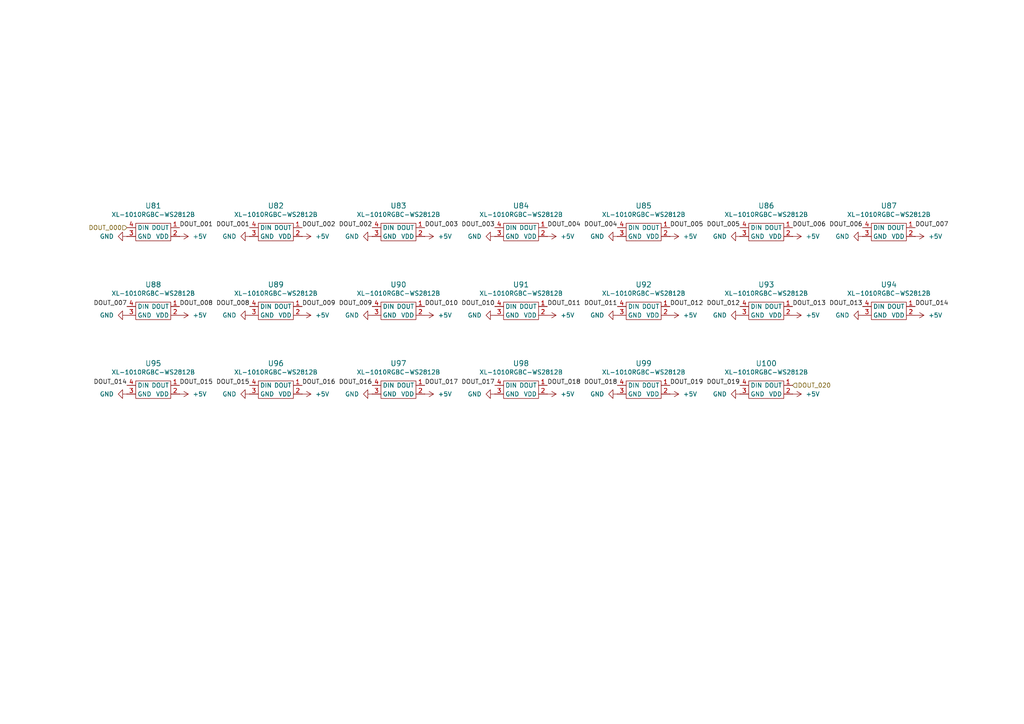
<source format=kicad_sch>
(kicad_sch (version 20250114) (generator "eeschema") (generator_version "9.0")
  (paper "A4")
  (lib_symbols
    (symbol "SK6805-EC10-000:SK6805_EC10-000"
      (property "Reference" "U" (at -2.54 3.556 0))
      (property "Value" "XL-1010RGBC-WS2812B" (at 1.016 -3.81 0))
      (symbol "SK6805_EC10-000_1_1"
        (rectangle (start -5.08 2.54) (end 5.08 -2.54))
        (pin passive line (at -7.62 1.27 0) (length 2.54) (name "DIN") (number "4"))
        (pin passive line (at -7.62 -1.27 0) (length 2.54) (name "GND") (number "3"))
        (pin passive line (at 7.62 1.27 180) (length 2.54) (name "DOUT") (number "1"))
        (pin passive line (at 7.62 -1.27 180) (length 2.54) (name "VDD") (number "2"))
      )
    )
    (symbol "power:+5V" (power) (pin_numbers (hide yes)) (pin_names (offset 0) (hide yes))
      (property "Value" "+5V" (at 0 3.556 0))
      (symbol "+5V_0_1"
        (polyline (pts (xy -0.762 1.27) (xy 0 2.54)))
        (polyline (pts (xy 0 2.54) (xy 0.762 1.27)))
        (polyline (pts (xy 0 0) (xy 0 2.54)))
      )
      (symbol "+5V_1_1"
        (pin power_in line (at 0 0 90) (length 0) (name "~") (number "1"))
      )
    )
    (symbol "power:GND" (power) (pin_numbers (hide yes)) (pin_names (offset 0) (hide yes))
      (property "Value" "GND" (at 0 -3.81 0))
      (symbol "GND_0_1"
        (polyline (pts (xy 0 0) (xy 0 -1.27) (xy 1.27 -1.27) (xy 0 -2.54) (xy -1.27 -1.27) (xy 0 -1.27)))
      )
      (symbol "GND_1_1"
        (pin power_in line (at 0 0 270) (length 0) (name "~") (number "1"))
      )
    )
  )
  (label "DOUT_013" (at 250.19 88.9 180))
  (label "DOUT_002" (at 107.95 66.04 180))
  (label "DOUT_014" (at 36.83 111.76 180))
  (label "DOUT_008" (at 72.39 88.9 180))
  (label "DOUT_002" (at 87.63 66.04 0))
  (label "DOUT_017" (at 123.19 111.76 0))
  (label "DOUT_015" (at 52.07 111.76 0))
  (label "DOUT_008" (at 52.07 88.9 0))
  (label "DOUT_018" (at 179.07 111.76 180))
  (label "DOUT_009" (at 107.95 88.9 180))
  (label "DOUT_018" (at 158.75 111.76 0))
  (label "DOUT_013" (at 229.87 88.9 0))
  (label "DOUT_012" (at 194.31 88.9 0))
  (label "DOUT_007" (at 265.43 66.04 0))
  (label "DOUT_004" (at 179.07 66.04 180))
  (label "DOUT_017" (at 143.51 111.76 180))
  (label "DOUT_004" (at 158.75 66.04 0))
  (label "DOUT_003" (at 143.51 66.04 180))
  (label "DOUT_006" (at 229.87 66.04 0))
  (label "DOUT_016" (at 107.95 111.76 180))
  (label "DOUT_010" (at 143.51 88.9 180))
  (label "DOUT_016" (at 87.63 111.76 0))
  (label "DOUT_006" (at 250.19 66.04 180))
  (label "DOUT_011" (at 179.07 88.9 180))
  (label "DOUT_010" (at 123.19 88.9 0))
  (label "DOUT_005" (at 194.31 66.04 0))
  (label "DOUT_003" (at 123.19 66.04 0))
  (label "DOUT_019" (at 194.31 111.76 0))
  (label "DOUT_007" (at 36.83 88.9 180))
  (label "DOUT_019" (at 214.63 111.76 180))
  (label "DOUT_014" (at 265.43 88.9 0))
  (label "DOUT_011" (at 158.75 88.9 0))
  (label "DOUT_001" (at 52.07 66.04 0))
  (label "DOUT_009" (at 87.63 88.9 0))
  (label "DOUT_012" (at 214.63 88.9 180))
  (label "DOUT_001" (at 72.39 66.04 180))
  (label "DOUT_015" (at 72.39 111.76 180))
  (label "DOUT_005" (at 214.63 66.04 180))
  (hierarchical_label "DOUT_020" (shape input) (at 229.87 111.76 0))
  (hierarchical_label "DOUT_000" (shape input) (at 36.83 66.04 180))
  (symbol (lib_id "power:+5V") (at 158.75 68.58 270) (unit 1)
    (property "Reference" "#PWR366" (effects (hide yes)))
    (property "Value" "+5V" (at 162.56 68.5801 90) (effects (justify left)))
    (property "Description" "Power symbol creates a global label with name \"+5V\"" (effects (hide yes)))
  )
  (symbol (lib_id "SK6805-EC10-000:SK6805_EC10-000") (at 44.45 113.03 0) (unit 1)
    (property "Reference" "U95" (at 44.45 105.41 0) (effects (font (size 1.524 1.524))))
    (property "Value" "XL-1010RGBC-WS2812B" (at 44.45 107.95 0))
    (property "Footprint" "SK6805-EC10-000:SMD-4P,1.1x1.1mm" (effects (hide yes)))
    (property "Datasheet" "4492" (effects (hide yes)))
    (property "LCSC" "C5349953" (effects (hide yes)))
  )
  (symbol (lib_id "power:+5V") (at 265.43 91.44 270) (unit 1)
    (property "Reference" "#PWR400" (effects (hide yes)))
    (property "Value" "+5V" (at 269.24 91.4401 90) (effects (justify left)))
    (property "Description" "Power symbol creates a global label with name \"+5V\"" (effects (hide yes)))
  )
  (symbol (lib_id "power:GND") (at 250.19 68.58 270) (unit 1)
    (property "Reference" "#PWR393" (effects (hide yes)))
    (property "Value" "GND" (at 246.38 68.5799 90) (effects (justify right)))
    (property "Description" "Power symbol creates a global label with name \"GND\" , ground" (effects (hide yes)))
  )
  (symbol (lib_id "power:+5V") (at 229.87 91.44 270) (unit 1)
    (property "Reference" "#PWR391" (effects (hide yes)))
    (property "Value" "+5V" (at 233.68 91.4401 90) (effects (justify left)))
    (property "Description" "Power symbol creates a global label with name \"+5V\"" (effects (hide yes)))
  )
  (symbol (lib_id "power:GND") (at 179.07 114.3 270) (unit 1)
    (property "Reference" "#PWR371" (effects (hide yes)))
    (property "Value" "GND" (at 175.26 114.2999 90) (effects (justify right)))
    (property "Description" "Power symbol creates a global label with name \"GND\" , ground" (effects (hide yes)))
  )
  (symbol (lib_id "SK6805-EC10-000:SK6805_EC10-000") (at 257.81 90.17 0) (unit 1)
    (property "Reference" "U94" (at 257.81 82.55 0) (effects (font (size 1.524 1.524))))
    (property "Value" "XL-1010RGBC-WS2812B" (at 257.81 85.09 0))
    (property "Footprint" "SK6805-EC10-000:SMD-4P,1.1x1.1mm" (effects (hide yes)))
    (property "Datasheet" "4492" (effects (hide yes)))
    (property "LCSC" "C5349953" (effects (hide yes)))
  )
  (symbol (lib_id "power:GND") (at 107.95 91.44 270) (unit 1)
    (property "Reference" "#PWR346" (effects (hide yes)))
    (property "Value" "GND" (at 104.14 91.4399 90) (effects (justify right)))
    (property "Description" "Power symbol creates a global label with name \"GND\" , ground" (effects (hide yes)))
  )
  (symbol (lib_id "power:+5V") (at 52.07 114.3 270) (unit 1)
    (property "Reference" "#PWR332" (effects (hide yes)))
    (property "Value" "+5V" (at 55.88 114.3001 90) (effects (justify left)))
    (property "Description" "Power symbol creates a global label with name \"+5V\"" (effects (hide yes)))
  )
  (symbol (lib_id "power:+5V") (at 265.43 68.58 270) (unit 1)
    (property "Reference" "#PWR399" (effects (hide yes)))
    (property "Value" "+5V" (at 269.24 68.5801 90) (effects (justify left)))
    (property "Description" "Power symbol creates a global label with name \"+5V\"" (effects (hide yes)))
  )
  (symbol (lib_id "SK6805-EC10-000:SK6805_EC10-000") (at 151.13 113.03 0) (unit 1)
    (property "Reference" "U98" (at 151.13 105.41 0) (effects (font (size 1.524 1.524))))
    (property "Value" "XL-1010RGBC-WS2812B" (at 151.13 107.95 0))
    (property "Footprint" "SK6805-EC10-000:SMD-4P,1.1x1.1mm" (effects (hide yes)))
    (property "Datasheet" "4492" (effects (hide yes)))
    (property "LCSC" "C5349953" (effects (hide yes)))
  )
  (symbol (lib_id "SK6805-EC10-000:SK6805_EC10-000") (at 222.25 90.17 0) (unit 1)
    (property "Reference" "U93" (at 222.25 82.55 0) (effects (font (size 1.524 1.524))))
    (property "Value" "XL-1010RGBC-WS2812B" (at 222.25 85.09 0))
    (property "Footprint" "SK6805-EC10-000:SMD-4P,1.1x1.1mm" (effects (hide yes)))
    (property "Datasheet" "4492" (effects (hide yes)))
    (property "LCSC" "C5349953" (effects (hide yes)))
  )
  (symbol (lib_id "SK6805-EC10-000:SK6805_EC10-000") (at 80.01 113.03 0) (unit 1)
    (property "Reference" "U96" (at 80.01 105.41 0) (effects (font (size 1.524 1.524))))
    (property "Value" "XL-1010RGBC-WS2812B" (at 80.01 107.95 0))
    (property "Footprint" "SK6805-EC10-000:SMD-4P,1.1x1.1mm" (effects (hide yes)))
    (property "Datasheet" "4492" (effects (hide yes)))
    (property "LCSC" "C5349953" (effects (hide yes)))
  )
  (symbol (lib_id "SK6805-EC10-000:SK6805_EC10-000") (at 151.13 90.17 0) (unit 1)
    (property "Reference" "U91" (at 151.13 82.55 0) (effects (font (size 1.524 1.524))))
    (property "Value" "XL-1010RGBC-WS2812B" (at 151.13 85.09 0))
    (property "Footprint" "SK6805-EC10-000:SMD-4P,1.1x1.1mm" (effects (hide yes)))
    (property "Datasheet" "4492" (effects (hide yes)))
    (property "LCSC" "C5349953" (effects (hide yes)))
  )
  (symbol (lib_id "SK6805-EC10-000:SK6805_EC10-000") (at 115.57 113.03 0) (unit 1)
    (property "Reference" "U97" (at 115.57 105.41 0) (effects (font (size 1.524 1.524))))
    (property "Value" "XL-1010RGBC-WS2812B" (at 115.57 107.95 0))
    (property "Footprint" "SK6805-EC10-000:SMD-4P,1.1x1.1mm" (effects (hide yes)))
    (property "Datasheet" "4492" (effects (hide yes)))
    (property "LCSC" "C5349953" (effects (hide yes)))
  )
  (symbol (lib_id "power:GND") (at 72.39 114.3 270) (unit 1)
    (property "Reference" "#PWR335" (effects (hide yes)))
    (property "Value" "GND" (at 68.58 114.2999 90) (effects (justify right)))
    (property "Description" "Power symbol creates a global label with name \"GND\" , ground" (effects (hide yes)))
  )
  (symbol (lib_id "power:GND") (at 107.95 68.58 270) (unit 1)
    (property "Reference" "#PWR345" (effects (hide yes)))
    (property "Value" "GND" (at 104.14 68.5799 90) (effects (justify right)))
    (property "Description" "Power symbol creates a global label with name \"GND\" , ground" (effects (hide yes)))
  )
  (symbol (lib_id "SK6805-EC10-000:SK6805_EC10-000") (at 44.45 90.17 0) (unit 1)
    (property "Reference" "U88" (at 44.45 82.55 0) (effects (font (size 1.524 1.524))))
    (property "Value" "XL-1010RGBC-WS2812B" (at 44.45 85.09 0))
    (property "Footprint" "SK6805-EC10-000:SMD-4P,1.1x1.1mm" (effects (hide yes)))
    (property "Datasheet" "4492" (effects (hide yes)))
    (property "LCSC" "C5349953" (effects (hide yes)))
  )
  (symbol (lib_id "power:GND") (at 214.63 91.44 270) (unit 1)
    (property "Reference" "#PWR382" (effects (hide yes)))
    (property "Value" "GND" (at 210.82 91.4399 90) (effects (justify right)))
    (property "Description" "Power symbol creates a global label with name \"GND\" , ground" (effects (hide yes)))
  )
  (symbol (lib_id "power:GND") (at 179.07 91.44 270) (unit 1)
    (property "Reference" "#PWR370" (effects (hide yes)))
    (property "Value" "GND" (at 175.26 91.4399 90) (effects (justify right)))
    (property "Description" "Power symbol creates a global label with name \"GND\" , ground" (effects (hide yes)))
  )
  (symbol (lib_id "power:+5V") (at 158.75 91.44 270) (unit 1)
    (property "Reference" "#PWR367" (effects (hide yes)))
    (property "Value" "+5V" (at 162.56 91.4401 90) (effects (justify left)))
    (property "Description" "Power symbol creates a global label with name \"+5V\"" (effects (hide yes)))
  )
  (symbol (lib_id "power:+5V") (at 123.19 68.58 270) (unit 1)
    (property "Reference" "#PWR354" (effects (hide yes)))
    (property "Value" "+5V" (at 127 68.5801 90) (effects (justify left)))
    (property "Description" "Power symbol creates a global label with name \"+5V\"" (effects (hide yes)))
  )
  (symbol (lib_id "SK6805-EC10-000:SK6805_EC10-000") (at 80.01 67.31 0) (unit 1)
    (property "Reference" "U82" (at 80.01 59.69 0) (effects (font (size 1.524 1.524))))
    (property "Value" "XL-1010RGBC-WS2812B" (at 80.01 62.23 0))
    (property "Footprint" "SK6805-EC10-000:SMD-4P,1.1x1.1mm" (effects (hide yes)))
    (property "Datasheet" "4492" (effects (hide yes)))
    (property "LCSC" "C5349953" (effects (hide yes)))
  )
  (symbol (lib_id "power:GND") (at 143.51 91.44 270) (unit 1)
    (property "Reference" "#PWR358" (effects (hide yes)))
    (property "Value" "GND" (at 139.7 91.4399 90) (effects (justify right)))
    (property "Description" "Power symbol creates a global label with name \"GND\" , ground" (effects (hide yes)))
  )
  (symbol (lib_id "power:+5V") (at 87.63 68.58 270) (unit 1)
    (property "Reference" "#PWR342" (effects (hide yes)))
    (property "Value" "+5V" (at 91.44 68.5801 90) (effects (justify left)))
    (property "Description" "Power symbol creates a global label with name \"+5V\"" (effects (hide yes)))
  )
  (symbol (lib_id "power:+5V") (at 158.75 114.3 270) (unit 1)
    (property "Reference" "#PWR368" (effects (hide yes)))
    (property "Value" "+5V" (at 162.56 114.3001 90) (effects (justify left)))
    (property "Description" "Power symbol creates a global label with name \"+5V\"" (effects (hide yes)))
  )
  (symbol (lib_id "power:GND") (at 36.83 91.44 270) (unit 1)
    (property "Reference" "#PWR322" (effects (hide yes)))
    (property "Value" "GND" (at 33.02 91.4399 90) (effects (justify right)))
    (property "Description" "Power symbol creates a global label with name \"GND\" , ground" (effects (hide yes)))
  )
  (symbol (lib_id "SK6805-EC10-000:SK6805_EC10-000") (at 151.13 67.31 0) (unit 1)
    (property "Reference" "U84" (at 151.13 59.69 0) (effects (font (size 1.524 1.524))))
    (property "Value" "XL-1010RGBC-WS2812B" (at 151.13 62.23 0))
    (property "Footprint" "SK6805-EC10-000:SMD-4P,1.1x1.1mm" (effects (hide yes)))
    (property "Datasheet" "4492" (effects (hide yes)))
    (property "LCSC" "C5349953" (effects (hide yes)))
  )
  (symbol (lib_id "power:+5V") (at 229.87 68.58 270) (unit 1)
    (property "Reference" "#PWR390" (effects (hide yes)))
    (property "Value" "+5V" (at 233.68 68.5801 90) (effects (justify left)))
    (property "Description" "Power symbol creates a global label with name \"+5V\"" (effects (hide yes)))
  )
  (symbol (lib_id "SK6805-EC10-000:SK6805_EC10-000") (at 44.45 67.31 0) (unit 1)
    (property "Reference" "U81" (at 44.45 59.69 0) (effects (font (size 1.524 1.524))))
    (property "Value" "XL-1010RGBC-WS2812B" (at 44.45 62.23 0))
    (property "Footprint" "SK6805-EC10-000:SMD-4P,1.1x1.1mm" (effects (hide yes)))
    (property "Datasheet" "4492" (effects (hide yes)))
    (property "LCSC" "C5349953" (effects (hide yes)))
  )
  (symbol (lib_id "power:+5V") (at 87.63 91.44 270) (unit 1)
    (property "Reference" "#PWR343" (effects (hide yes)))
    (property "Value" "+5V" (at 91.44 91.4401 90) (effects (justify left)))
    (property "Description" "Power symbol creates a global label with name \"+5V\"" (effects (hide yes)))
  )
  (symbol (lib_id "SK6805-EC10-000:SK6805_EC10-000") (at 115.57 67.31 0) (unit 1)
    (property "Reference" "U83" (at 115.57 59.69 0) (effects (font (size 1.524 1.524))))
    (property "Value" "XL-1010RGBC-WS2812B" (at 115.57 62.23 0))
    (property "Footprint" "SK6805-EC10-000:SMD-4P,1.1x1.1mm" (effects (hide yes)))
    (property "Datasheet" "4492" (effects (hide yes)))
    (property "LCSC" "C5349953" (effects (hide yes)))
  )
  (symbol (lib_id "power:GND") (at 143.51 68.58 270) (unit 1)
    (property "Reference" "#PWR357" (effects (hide yes)))
    (property "Value" "GND" (at 139.7 68.5799 90) (effects (justify right)))
    (property "Description" "Power symbol creates a global label with name \"GND\" , ground" (effects (hide yes)))
  )
  (symbol (lib_id "power:+5V") (at 229.87 114.3 270) (unit 1)
    (property "Reference" "#PWR392" (effects (hide yes)))
    (property "Value" "+5V" (at 233.68 114.3001 90) (effects (justify left)))
    (property "Description" "Power symbol creates a global label with name \"+5V\"" (effects (hide yes)))
  )
  (symbol (lib_id "SK6805-EC10-000:SK6805_EC10-000") (at 115.57 90.17 0) (unit 1)
    (property "Reference" "U90" (at 115.57 82.55 0) (effects (font (size 1.524 1.524))))
    (property "Value" "XL-1010RGBC-WS2812B" (at 115.57 85.09 0))
    (property "Footprint" "SK6805-EC10-000:SMD-4P,1.1x1.1mm" (effects (hide yes)))
    (property "Datasheet" "4492" (effects (hide yes)))
    (property "LCSC" "C5349953" (effects (hide yes)))
  )
  (symbol (lib_id "SK6805-EC10-000:SK6805_EC10-000") (at 80.01 90.17 0) (unit 1)
    (property "Reference" "U89" (at 80.01 82.55 0) (effects (font (size 1.524 1.524))))
    (property "Value" "XL-1010RGBC-WS2812B" (at 80.01 85.09 0))
    (property "Footprint" "SK6805-EC10-000:SMD-4P,1.1x1.1mm" (effects (hide yes)))
    (property "Datasheet" "4492" (effects (hide yes)))
    (property "LCSC" "C5349953" (effects (hide yes)))
  )
  (symbol (lib_id "power:+5V") (at 123.19 114.3 270) (unit 1)
    (property "Reference" "#PWR356" (effects (hide yes)))
    (property "Value" "+5V" (at 127 114.3001 90) (effects (justify left)))
    (property "Description" "Power symbol creates a global label with name \"+5V\"" (effects (hide yes)))
  )
  (symbol (lib_id "power:GND") (at 107.95 114.3 270) (unit 1)
    (property "Reference" "#PWR347" (effects (hide yes)))
    (property "Value" "GND" (at 104.14 114.2999 90) (effects (justify right)))
    (property "Description" "Power symbol creates a global label with name \"GND\" , ground" (effects (hide yes)))
  )
  (symbol (lib_id "SK6805-EC10-000:SK6805_EC10-000") (at 186.69 67.31 0) (unit 1)
    (property "Reference" "U85" (at 186.69 59.69 0) (effects (font (size 1.524 1.524))))
    (property "Value" "XL-1010RGBC-WS2812B" (at 186.69 62.23 0))
    (property "Footprint" "SK6805-EC10-000:SMD-4P,1.1x1.1mm" (effects (hide yes)))
    (property "Datasheet" "4492" (effects (hide yes)))
    (property "LCSC" "C5349953" (effects (hide yes)))
  )
  (symbol (lib_id "SK6805-EC10-000:SK6805_EC10-000") (at 222.25 67.31 0) (unit 1)
    (property "Reference" "U86" (at 222.25 59.69 0) (effects (font (size 1.524 1.524))))
    (property "Value" "XL-1010RGBC-WS2812B" (at 222.25 62.23 0))
    (property "Footprint" "SK6805-EC10-000:SMD-4P,1.1x1.1mm" (effects (hide yes)))
    (property "Datasheet" "4492" (effects (hide yes)))
    (property "LCSC" "C5349953" (effects (hide yes)))
  )
  (symbol (lib_id "power:GND") (at 214.63 68.58 270) (unit 1)
    (property "Reference" "#PWR381" (effects (hide yes)))
    (property "Value" "GND" (at 210.82 68.5799 90) (effects (justify right)))
    (property "Description" "Power symbol creates a global label with name \"GND\" , ground" (effects (hide yes)))
  )
  (symbol (lib_id "power:+5V") (at 52.07 91.44 270) (unit 1)
    (property "Reference" "#PWR331" (effects (hide yes)))
    (property "Value" "+5V" (at 55.88 91.4401 90) (effects (justify left)))
    (property "Description" "Power symbol creates a global label with name \"+5V\"" (effects (hide yes)))
  )
  (symbol (lib_id "power:+5V") (at 123.19 91.44 270) (unit 1)
    (property "Reference" "#PWR355" (effects (hide yes)))
    (property "Value" "+5V" (at 127 91.4401 90) (effects (justify left)))
    (property "Description" "Power symbol creates a global label with name \"+5V\"" (effects (hide yes)))
  )
  (symbol (lib_id "SK6805-EC10-000:SK6805_EC10-000") (at 257.81 67.31 0) (unit 1)
    (property "Reference" "U87" (at 257.81 59.69 0) (effects (font (size 1.524 1.524))))
    (property "Value" "XL-1010RGBC-WS2812B" (at 257.81 62.23 0))
    (property "Footprint" "SK6805-EC10-000:SMD-4P,1.1x1.1mm" (effects (hide yes)))
    (property "Datasheet" "4492" (effects (hide yes)))
    (property "LCSC" "C5349953" (effects (hide yes)))
  )
  (symbol (lib_id "power:GND") (at 36.83 114.3 270) (unit 1)
    (property "Reference" "#PWR323" (effects (hide yes)))
    (property "Value" "GND" (at 33.02 114.2999 90) (effects (justify right)))
    (property "Description" "Power symbol creates a global label with name \"GND\" , ground" (effects (hide yes)))
  )
  (symbol (lib_id "power:GND") (at 143.51 114.3 270) (unit 1)
    (property "Reference" "#PWR359" (effects (hide yes)))
    (property "Value" "GND" (at 139.7 114.2999 90) (effects (justify right)))
    (property "Description" "Power symbol creates a global label with name \"GND\" , ground" (effects (hide yes)))
  )
  (symbol (lib_id "SK6805-EC10-000:SK6805_EC10-000") (at 222.25 113.03 0) (unit 1)
    (property "Reference" "U100" (at 222.25 105.41 0) (effects (font (size 1.524 1.524))))
    (property "Value" "XL-1010RGBC-WS2812B" (at 222.25 107.95 0))
    (property "Footprint" "SK6805-EC10-000:SMD-4P,1.1x1.1mm" (effects (hide yes)))
    (property "Datasheet" "4492" (effects (hide yes)))
    (property "LCSC" "C5349953" (effects (hide yes)))
  )
  (symbol (lib_id "power:+5V") (at 194.31 91.44 270) (unit 1)
    (property "Reference" "#PWR379" (effects (hide yes)))
    (property "Value" "+5V" (at 198.12 91.4401 90) (effects (justify left)))
    (property "Description" "Power symbol creates a global label with name \"+5V\"" (effects (hide yes)))
  )
  (symbol (lib_id "power:GND") (at 36.83 68.58 270) (unit 1)
    (property "Reference" "#PWR321" (effects (hide yes)))
    (property "Value" "GND" (at 33.02 68.5799 90) (effects (justify right)))
    (property "Description" "Power symbol creates a global label with name \"GND\" , ground" (effects (hide yes)))
  )
  (symbol (lib_id "SK6805-EC10-000:SK6805_EC10-000") (at 186.69 90.17 0) (unit 1)
    (property "Reference" "U92" (at 186.69 82.55 0) (effects (font (size 1.524 1.524))))
    (property "Value" "XL-1010RGBC-WS2812B" (at 186.69 85.09 0))
    (property "Footprint" "SK6805-EC10-000:SMD-4P,1.1x1.1mm" (effects (hide yes)))
    (property "Datasheet" "4492" (effects (hide yes)))
    (property "LCSC" "C5349953" (effects (hide yes)))
  )
  (symbol (lib_id "power:+5V") (at 194.31 68.58 270) (unit 1)
    (property "Reference" "#PWR378" (effects (hide yes)))
    (property "Value" "+5V" (at 198.12 68.5801 90) (effects (justify left)))
    (property "Description" "Power symbol creates a global label with name \"+5V\"" (effects (hide yes)))
  )
  (symbol (lib_id "power:GND") (at 250.19 91.44 270) (unit 1)
    (property "Reference" "#PWR394" (effects (hide yes)))
    (property "Value" "GND" (at 246.38 91.4399 90) (effects (justify right)))
    (property "Description" "Power symbol creates a global label with name \"GND\" , ground" (effects (hide yes)))
  )
  (symbol (lib_id "power:GND") (at 214.63 114.3 270) (unit 1)
    (property "Reference" "#PWR383" (effects (hide yes)))
    (property "Value" "GND" (at 210.82 114.2999 90) (effects (justify right)))
    (property "Description" "Power symbol creates a global label with name \"GND\" , ground" (effects (hide yes)))
  )
  (symbol (lib_id "power:GND") (at 72.39 68.58 270) (unit 1)
    (property "Reference" "#PWR333" (effects (hide yes)))
    (property "Value" "GND" (at 68.58 68.5799 90) (effects (justify right)))
    (property "Description" "Power symbol creates a global label with name \"GND\" , ground" (effects (hide yes)))
  )
  (symbol (lib_id "power:GND") (at 72.39 91.44 270) (unit 1)
    (property "Reference" "#PWR334" (effects (hide yes)))
    (property "Value" "GND" (at 68.58 91.4399 90) (effects (justify right)))
    (property "Description" "Power symbol creates a global label with name \"GND\" , ground" (effects (hide yes)))
  )
  (symbol (lib_id "power:+5V") (at 52.07 68.58 270) (unit 1)
    (property "Reference" "#PWR330" (effects (hide yes)))
    (property "Value" "+5V" (at 55.88 68.5801 90) (effects (justify left)))
    (property "Description" "Power symbol creates a global label with name \"+5V\"" (effects (hide yes)))
  )
  (symbol (lib_id "power:+5V") (at 87.63 114.3 270) (unit 1)
    (property "Reference" "#PWR344" (effects (hide yes)))
    (property "Value" "+5V" (at 91.44 114.3001 90) (effects (justify left)))
    (property "Description" "Power symbol creates a global label with name \"+5V\"" (effects (hide yes)))
  )
  (symbol (lib_id "power:GND") (at 179.07 68.58 270) (unit 1)
    (property "Reference" "#PWR369" (effects (hide yes)))
    (property "Value" "GND" (at 175.26 68.5799 90) (effects (justify right)))
    (property "Description" "Power symbol creates a global label with name \"GND\" , ground" (effects (hide yes)))
  )
  (symbol (lib_id "SK6805-EC10-000:SK6805_EC10-000") (at 186.69 113.03 0) (unit 1)
    (property "Reference" "U99" (at 186.69 105.41 0) (effects (font (size 1.524 1.524))))
    (property "Value" "XL-1010RGBC-WS2812B" (at 186.69 107.95 0))
    (property "Footprint" "SK6805-EC10-000:SMD-4P,1.1x1.1mm" (effects (hide yes)))
    (property "Datasheet" "4492" (effects (hide yes)))
    (property "LCSC" "C5349953" (effects (hide yes)))
  )
  (symbol (lib_id "power:+5V") (at 194.31 114.3 270) (unit 1)
    (property "Reference" "#PWR380" (effects (hide yes)))
    (property "Value" "+5V" (at 198.12 114.3001 90) (effects (justify left)))
    (property "Description" "Power symbol creates a global label with name \"+5V\"" (effects (hide yes)))
  )
)
</source>
